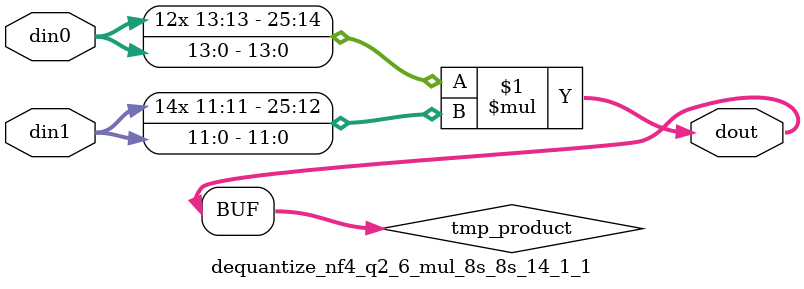
<source format=v>

`timescale 1 ns / 1 ps

 module dequantize_nf4_q2_6_mul_8s_8s_14_1_1(din0, din1, dout);
parameter ID = 1;
parameter NUM_STAGE = 0;
parameter din0_WIDTH = 14;
parameter din1_WIDTH = 12;
parameter dout_WIDTH = 26;

input [din0_WIDTH - 1 : 0] din0; 
input [din1_WIDTH - 1 : 0] din1; 
output [dout_WIDTH - 1 : 0] dout;

wire signed [dout_WIDTH - 1 : 0] tmp_product;



























assign tmp_product = $signed(din0) * $signed(din1);








assign dout = tmp_product;





















endmodule

</source>
